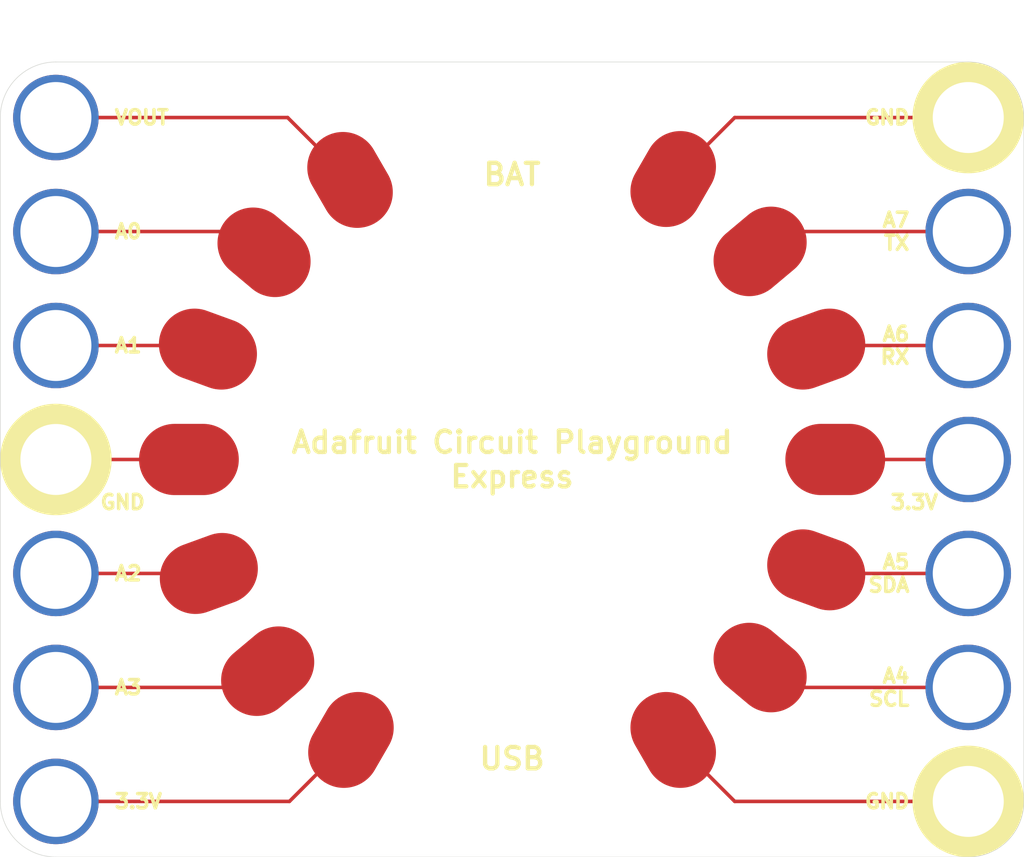
<source format=kicad_pcb>
(kicad_pcb (version 20171130) (host pcbnew "(5.0.1-3-g963ef8bb5)")

  (general
    (thickness 1.6)
    (drawings 20)
    (tracks 26)
    (zones 0)
    (modules 2)
    (nets 1)
  )

  (page A4)
  (layers
    (0 F.Cu signal)
    (31 B.Cu signal)
    (32 B.Adhes user)
    (33 F.Adhes user)
    (34 B.Paste user)
    (35 F.Paste user)
    (36 B.SilkS user)
    (37 F.SilkS user)
    (38 B.Mask user)
    (39 F.Mask user)
    (40 Dwgs.User user)
    (41 Cmts.User user)
    (42 Eco1.User user)
    (43 Eco2.User user)
    (44 Edge.Cuts user)
    (45 Margin user)
    (46 B.CrtYd user)
    (47 F.CrtYd user)
    (48 B.Fab user)
    (49 F.Fab user)
  )

  (setup
    (last_trace_width 0.25)
    (trace_clearance 0.2)
    (zone_clearance 0.508)
    (zone_45_only no)
    (trace_min 0.2)
    (segment_width 1.5)
    (edge_width 0.15)
    (via_size 0.8)
    (via_drill 0.4)
    (via_min_size 0.4)
    (via_min_drill 0.3)
    (uvia_size 0.3)
    (uvia_drill 0.1)
    (uvias_allowed no)
    (uvia_min_size 0.2)
    (uvia_min_drill 0.1)
    (pcb_text_width 0.3)
    (pcb_text_size 1.5 1.5)
    (mod_edge_width 0.15)
    (mod_text_size 1 1)
    (mod_text_width 0.15)
    (pad_size 1.524 1.524)
    (pad_drill 0.762)
    (pad_to_mask_clearance 0.051)
    (solder_mask_min_width 0.25)
    (aux_axis_origin 0 0)
    (grid_origin 166.871 110.61)
    (visible_elements FFFFFF7F)
    (pcbplotparams
      (layerselection 0x010fc_ffffffff)
      (usegerberextensions false)
      (usegerberattributes false)
      (usegerberadvancedattributes false)
      (creategerberjobfile false)
      (excludeedgelayer true)
      (linewidth 0.100000)
      (plotframeref false)
      (viasonmask false)
      (mode 1)
      (useauxorigin false)
      (hpglpennumber 1)
      (hpglpenspeed 20)
      (hpglpendiameter 15.000000)
      (psnegative false)
      (psa4output false)
      (plotreference true)
      (plotvalue true)
      (plotinvisibletext false)
      (padsonsilk false)
      (subtractmaskfromsilk false)
      (outputformat 1)
      (mirror false)
      (drillshape 1)
      (scaleselection 1)
      (outputdirectory ""))
  )

  (net 0 "")

  (net_class Default "This is the default net class."
    (clearance 0.2)
    (trace_width 0.25)
    (via_dia 0.8)
    (via_drill 0.4)
    (uvia_dia 0.3)
    (uvia_drill 0.1)
  )

  (module Crazy_Circuits:Adafruit-Circuit-Playground-Express (layer F.Cu) (tedit 5C68996F) (tstamp 5C751419)
    (at 102.87 54.61)
    (descr "8-lead dip package, row spacing 7.62 mm (300 mils)")
    (tags "dil dip 2.54 300")
    (fp_text reference "Circuit Playground Express" (at 32.001 32 90) (layer F.SilkS) hide
      (effects (font (size 1 1) (thickness 0.15)))
    )
    (fp_text value "Adafruit Circuit Playground Express" (at 30.101006 32.006807 90) (layer F.Fab) hide
      (effects (font (size 1 1) (thickness 0.15)))
    )
    (fp_arc (start 64.001 56) (end 67.901 56) (angle 90) (layer F.Fab) (width 0.04064))
    (fp_arc (start 64 8) (end 64 4.1) (angle 89.89999678) (layer F.Fab) (width 0.04064))
    (fp_line (start 67.901 56) (end 67.899994 7.993193) (layer F.Fab) (width 0.04064))
    (fp_arc (start 0 8) (end -3.9 8) (angle 90) (layer F.Fab) (width 0.04064))
    (fp_arc (start 0.001 56) (end 0.001 59.9) (angle 89.89999678) (layer F.Fab) (width 0.04064))
    (fp_line (start -3.9 8) (end -3.898994 56.006807) (layer F.Fab) (width 0.04064))
    (fp_line (start 64 4.1) (end 0 4.1) (layer F.Fab) (width 0.04064))
    (fp_line (start 0.001 59.9) (end 64.001 59.9) (layer F.Fab) (width 0.04064))
    (fp_arc (start 64.001 56) (end 67.901 56) (angle 90) (layer Edge.Cuts) (width 0.04064))
    (fp_arc (start 64 8) (end 64 4.1) (angle 89.89999678) (layer Edge.Cuts) (width 0.04064))
    (fp_line (start 67.901 56) (end 67.899994 7.993193) (layer Edge.Cuts) (width 0.04064))
    (fp_arc (start 0 8) (end -3.9 8) (angle 90) (layer Edge.Cuts) (width 0.04064))
    (fp_arc (start 0.001 56) (end 0.001 59.9) (angle 89.89999678) (layer Edge.Cuts) (width 0.04064))
    (fp_line (start -3.9 8) (end -3.898994 56.006807) (layer Edge.Cuts) (width 0.04064))
    (fp_line (start 64 4.1) (end 0 4.1) (layer Edge.Cuts) (width 0.04064))
    (fp_line (start 0.001 59.9) (end 64.001 59.9) (layer Edge.Cuts) (width 0.04064))
    (pad GND thru_hole circle (at 64.001 8 90) (size 6 6) (drill 4.98) (layers *.Cu *.Mask))
    (pad A7 thru_hole circle (at 64.001 16 90) (size 6 6) (drill 4.98) (layers *.Cu *.Mask))
    (pad A6 thru_hole circle (at 64.001 24 90) (size 6 6) (drill 4.98) (layers *.Cu *.Mask))
    (pad 3.3V thru_hole circle (at 64.001 32 90) (size 6 6) (drill 4.98) (layers *.Cu *.Mask))
    (pad A5 thru_hole circle (at 64.001 40 90) (size 6 6) (drill 4.98) (layers *.Cu *.Mask))
    (pad A4 thru_hole circle (at 64.001 48 90) (size 6 6) (drill 4.98) (layers *.Cu *.Mask))
    (pad GND thru_hole circle (at 64.001 56 90) (size 6 6) (drill 4.98) (layers *.Cu *.Mask))
    (pad 3.3V thru_hole circle (at 0.001 56 90) (size 6 6) (drill 4.98) (layers *.Cu *.Mask))
    (pad A3 thru_hole circle (at 0.001 48 90) (size 6 6) (drill 4.98) (layers *.Cu *.Mask))
    (pad A1 thru_hole circle (at 0.001 24 90) (size 6 6) (drill 4.98) (layers *.Cu *.Mask))
    (pad A2 thru_hole circle (at 0.001 40 90) (size 6 6) (drill 4.98) (layers *.Cu *.Mask))
    (pad GND thru_hole circle (at 0.001 32 90) (size 6 6) (drill 4.98) (layers *.Cu *.Mask))
    (pad A0 thru_hole circle (at 0.001 16 90) (size 6 6) (drill 4.98) (layers *.Cu *.Mask))
    (pad VOUT thru_hole circle (at 0 8 90) (size 6 6) (drill 4.98) (layers *.Cu *.Mask))
  )

  (module AdafruitTrinketM0:CircuitPlaygroundExpress (layer F.Cu) (tedit 5C689C8B) (tstamp 5C80F052)
    (at 134.871 86.61)
    (fp_text reference " " (at 0 7) (layer F.SilkS)
      (effects (font (size 1 1) (thickness 0.15)))
    )
    (fp_text value "Circuit Playground Express" (at 0 -8) (layer F.Fab)
      (effects (font (size 1 1) (thickness 0.15)))
    )
    (pad 14 smd oval (at 11.303 -19.685 330) (size 5 7) (layers F.Cu F.Paste F.Mask))
    (pad 13 smd oval (at 17.399 -14.605 310) (size 5 7) (layers F.Cu F.Paste F.Mask))
    (pad 12 smd oval (at 21.336 -7.747 290) (size 5 7) (layers F.Cu F.Paste F.Mask))
    (pad 11 smd oval (at 22.6695 0 270) (size 5 7) (layers F.Cu F.Paste F.Mask))
    (pad 10 smd oval (at 21.336 7.747 250) (size 5 7) (layers F.Cu F.Paste F.Mask))
    (pad 9 smd oval (at 17.399 14.605 230) (size 5 7) (layers F.Cu F.Paste F.Mask))
    (pad 8 smd oval (at 11.303 19.685 210) (size 5 7) (layers F.Cu F.Paste F.Mask))
    (pad 7 smd oval (at -11.303 19.685 150) (size 5 7) (layers F.Cu F.Paste F.Mask))
    (pad 6 smd oval (at -17.145 14.859 130) (size 5 7) (layers F.Cu F.Paste F.Mask))
    (pad 5 smd oval (at -21.2725 8.001 110) (size 5 7) (layers F.Cu F.Paste F.Mask))
    (pad 4 smd oval (at -22.6695 0 90) (size 5 7) (layers F.Cu F.Paste F.Mask))
    (pad 3 smd oval (at -21.336 -7.747 70) (size 5 7) (layers F.Cu F.Paste F.Mask))
    (pad 2 smd oval (at -17.399 -14.5415 50) (size 5 7) (layers F.Cu F.Paste F.Mask))
    (pad 1 smd oval (at -11.3665 -19.6215 30) (size 5 7) (layers F.Cu F.Paste F.Mask))
  )

  (gr_circle (center 166.871 62.61) (end 170.033278 62.61) (layer F.SilkS) (width 1.5) (tstamp 5C80FA78))
  (gr_circle (center 166.871 110.61) (end 170.033278 110.61) (layer F.SilkS) (width 1.5) (tstamp 5C80FA78))
  (gr_circle (center 102.871 86.61) (end 106.033278 86.61) (layer F.SilkS) (width 1.5))
  (gr_text "Adafruit Circuit Playground\nExpress" (at 134.871 86.61) (layer F.SilkS)
    (effects (font (size 1.5 1.5) (thickness 0.3)))
  )
  (gr_text GND (at 162.871 62.61) (layer F.SilkS) (tstamp 5C80F176)
    (effects (font (size 1 1) (thickness 0.25)) (justify right))
  )
  (gr_text "A7\nTX" (at 162.871 70.61) (layer F.SilkS) (tstamp 5C80F176)
    (effects (font (size 1 1) (thickness 0.25)) (justify right))
  )
  (gr_text "A6\nRX" (at 162.871 78.61) (layer F.SilkS) (tstamp 5C80F176)
    (effects (font (size 1 1) (thickness 0.25)) (justify right))
  )
  (gr_text 3.3V (at 164.871 89.61) (layer F.SilkS) (tstamp 5C80F176)
    (effects (font (size 1 1) (thickness 0.25)) (justify right))
  )
  (gr_text "A5\nSDA" (at 162.871 94.61) (layer F.SilkS) (tstamp 5C80F176)
    (effects (font (size 1 1) (thickness 0.25)) (justify right))
  )
  (gr_text GND (at 162.871 110.61) (layer F.SilkS) (tstamp 5C80F176)
    (effects (font (size 1 1) (thickness 0.25)) (justify right))
  )
  (gr_text "A4\nSCL" (at 162.871 102.61) (layer F.SilkS)
    (effects (font (size 1 1) (thickness 0.25)) (justify right))
  )
  (gr_text 3.3V (at 106.871 110.61) (layer F.SilkS) (tstamp 5C80F14C)
    (effects (font (size 1 1) (thickness 0.25)) (justify left))
  )
  (gr_text A3 (at 106.871 102.61) (layer F.SilkS) (tstamp 5C80F14C)
    (effects (font (size 1 1) (thickness 0.25)) (justify left))
  )
  (gr_text A2 (at 106.871 94.61) (layer F.SilkS) (tstamp 5C80F14C)
    (effects (font (size 1 1) (thickness 0.25)) (justify left))
  )
  (gr_text GND (at 105.871 89.61) (layer F.SilkS) (tstamp 5C80F14C)
    (effects (font (size 1 1) (thickness 0.25)) (justify left))
  )
  (gr_text A1 (at 106.871 78.61) (layer F.SilkS) (tstamp 5C80F14C)
    (effects (font (size 1 1) (thickness 0.25)) (justify left))
  )
  (gr_text A0 (at 106.871 70.61) (layer F.SilkS) (tstamp 5C80F14C)
    (effects (font (size 1 1) (thickness 0.25)) (justify left))
  )
  (gr_text VOUT (at 106.871 62.61) (layer F.SilkS)
    (effects (font (size 1 1) (thickness 0.25)) (justify left))
  )
  (gr_text BAT (at 134.871 66.61) (layer F.SilkS)
    (effects (font (size 1.5 1.5) (thickness 0.3)))
  )
  (gr_text USB (at 134.871 107.61) (layer F.SilkS)
    (effects (font (size 1.5 1.5) (thickness 0.3)))
  )

  (segment (start 119.126 62.61) (end 123.5045 66.9885) (width 0.25) (layer F.Cu) (net 0))
  (segment (start 102.87 62.61) (end 119.126 62.61) (width 0.25) (layer F.Cu) (net 0))
  (segment (start 116.0135 70.61) (end 117.472 72.0685) (width 0.25) (layer F.Cu) (net 0))
  (segment (start 102.871 70.61) (end 116.0135 70.61) (width 0.25) (layer F.Cu) (net 0))
  (segment (start 113.282 78.61) (end 113.535 78.863) (width 0.25) (layer F.Cu) (net 0))
  (segment (start 102.871 78.61) (end 113.282 78.61) (width 0.25) (layer F.Cu) (net 0))
  (segment (start 102.871 86.61) (end 112.2015 86.61) (width 0.25) (layer F.Cu) (net 0))
  (segment (start 113.5975 94.61) (end 113.5985 94.611) (width 0.25) (layer F.Cu) (net 0))
  (segment (start 102.871 94.61) (end 113.5975 94.61) (width 0.25) (layer F.Cu) (net 0))
  (segment (start 116.585 102.61) (end 117.726 101.469) (width 0.25) (layer F.Cu) (net 0))
  (segment (start 102.871 102.61) (end 116.585 102.61) (width 0.25) (layer F.Cu) (net 0))
  (segment (start 119.253 110.61) (end 123.568 106.295) (width 0.25) (layer F.Cu) (net 0))
  (segment (start 102.871 110.61) (end 119.253 110.61) (width 0.25) (layer F.Cu) (net 0))
  (segment (start 150.489 110.61) (end 146.174 106.295) (width 0.25) (layer F.Cu) (net 0))
  (segment (start 166.871 110.61) (end 150.489 110.61) (width 0.25) (layer F.Cu) (net 0))
  (segment (start 153.665 102.61) (end 152.27 101.215) (width 0.25) (layer F.Cu) (net 0))
  (segment (start 166.871 102.61) (end 153.665 102.61) (width 0.25) (layer F.Cu) (net 0))
  (segment (start 156.46 94.61) (end 156.207 94.357) (width 0.25) (layer F.Cu) (net 0))
  (segment (start 166.871 94.61) (end 156.46 94.61) (width 0.25) (layer F.Cu) (net 0))
  (segment (start 166.871 86.61) (end 157.5405 86.61) (width 0.25) (layer F.Cu) (net 0))
  (segment (start 156.46 78.61) (end 156.207 78.863) (width 0.25) (layer F.Cu) (net 0))
  (segment (start 166.871 78.61) (end 156.46 78.61) (width 0.25) (layer F.Cu) (net 0))
  (segment (start 153.665 70.61) (end 152.27 72.005) (width 0.25) (layer F.Cu) (net 0))
  (segment (start 166.871 70.61) (end 153.665 70.61) (width 0.25) (layer F.Cu) (net 0))
  (segment (start 150.489 62.61) (end 146.174 66.925) (width 0.25) (layer F.Cu) (net 0))
  (segment (start 166.871 62.61) (end 150.489 62.61) (width 0.25) (layer F.Cu) (net 0))

)

</source>
